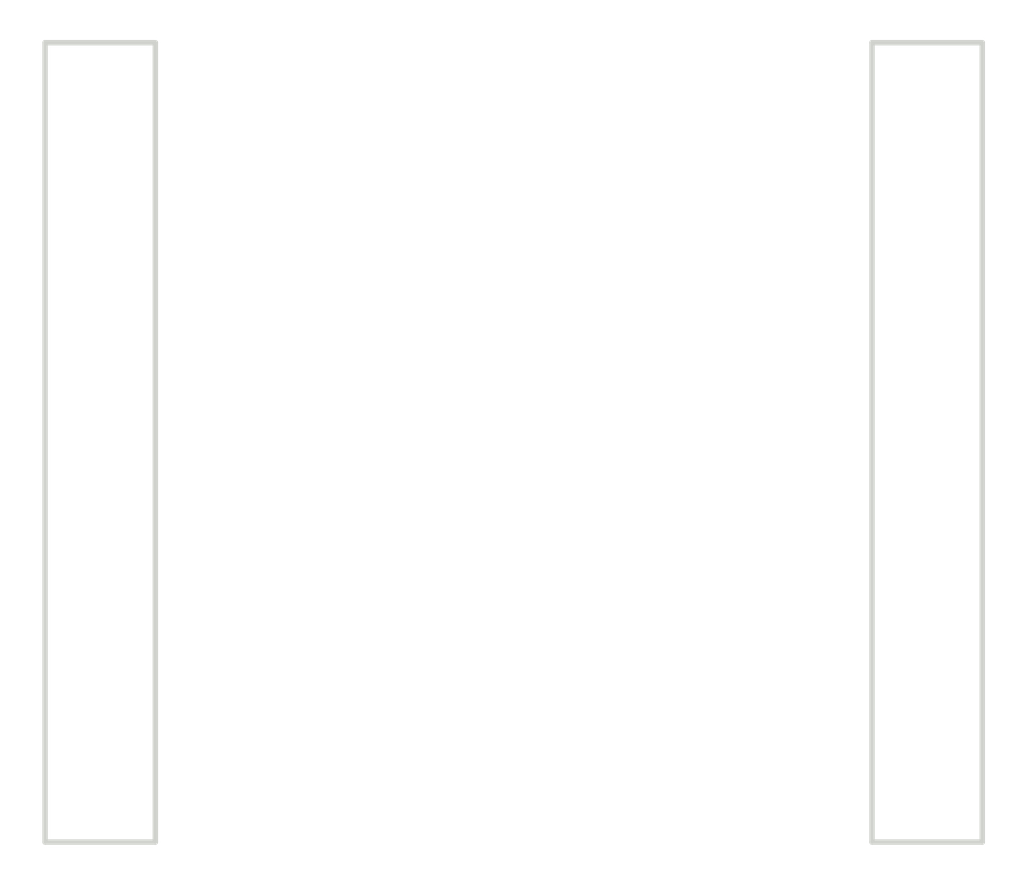
<source format=kicad_pcb>
(kicad_pcb (version 20241229) (generator "pcbnew") (generator_version "9.0")
  (title_block (title "Board 2x06 W15.24mm") (date "2025-09-29") (rev "V0"))
  (layers (0 "F.Cu" signal) (2 "B.Cu" signal) (13 "F.Paste" user) (15 "B.Paste" user) (5 "F.SilkS" user "F.Silkscreen") (7 "B.SilkS" user "B.Silkscreen") (1 "F.Mask" user) (3 "B.Mask" user) (25 "Edge.Cuts" user))
  (net 0 "")
  (footprint "SamacSys_Parts:PinHeader_1x06_P2.54mm_Vertical" (layer "B.Cu") (at 15.24 0 180)
    (property "Reference" "J3" (hide yes))
    (property "Value" "Pin_Header_01x06")
  )
  (footprint "SamacSys_Parts:PinHeader_1x06_P2.54mm_Vertical" (layer "B.Cu") (at 0 0 180)
    (property "Reference" "J2" (hide yes))
    (property "Value" "Pin_Header_01x06")
  )
  (gr_line (start -1.016 13.716) (end -1.016 -1.016) (stroke (width 0.1)) (layer "Edge.Cuts"))
  (gr_line (start -1.016 -1.016) (end 1.016 -1.016) (stroke (width 0.1)) (layer "Edge.Cuts"))
  (gr_line (start 16.256 13.716) (end 14.224 13.716) (stroke (width 0.1)) (layer "Edge.Cuts"))
  (gr_line (start 14.224 -1.016) (end 16.256 -1.016) (stroke (width 0.1)) (layer "Edge.Cuts"))
  (gr_line (start 1.016 13.716) (end -1.016 13.716) (stroke (width 0.1)) (layer "Edge.Cuts"))
  (gr_line (start 1.016 -1.016) (end 1.016 13.716) (stroke (width 0.1)) (layer "Edge.Cuts"))
  (gr_line (start 14.224 13.716) (end 14.224 -1.016) (stroke (width 0.1)) (layer "Edge.Cuts"))
  (gr_line (start 16.256 -1.016) (end 16.256 13.716) (stroke (width 0.1)) (layer "Edge.Cuts"))
)
</source>
